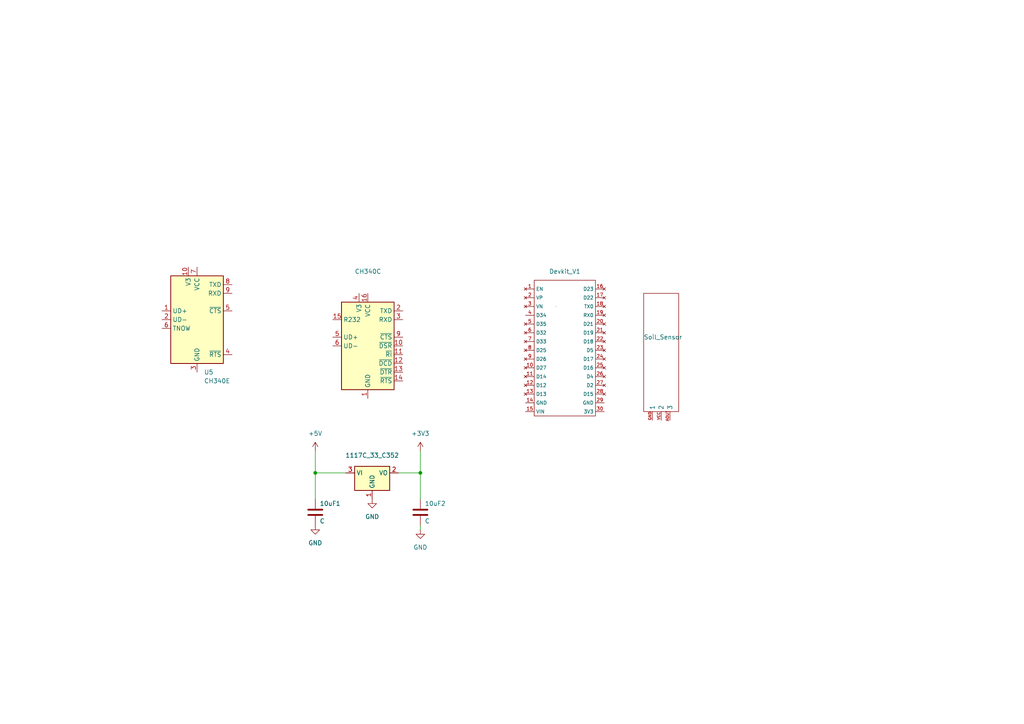
<source format=kicad_sch>
(kicad_sch (version 20211123) (generator eeschema)
  (paper "A4")
  (lib_symbols
    (symbol "1117C 33 C352:1117C_33_C352"
      (property "Reference" "U" (at 0 0 0))
      (property "Value" "1117C_33_C352" (at 0 3.81 0))
      (symbol "1117C_33_C352_0_1"
        (rectangle (start -5.08 -5.08) (end 5.08 1.905) (stroke (width 0.254)) (fill (type background)))
      )
      (symbol "1117C_33_C352_1_1"
        (pin power_in line (at 0 -7.62 90) (length 2.54) (name "GND") (number "1"))
        (pin power_out line (at 7.62 0 180) (length 2.54) (name "VO") (number "2"))
        (pin power_in line (at -7.62 0 0) (length 2.54) (name "VI") (number "3"))
      )
    )
    (symbol "Device:C" (pin_numbers hide) (pin_names (offset 0.254))
      (property "Reference" "C" (at 0.635 2.54 0))
      (property "Value" "C" (at 0.635 -2.54 0))
      (symbol "C_0_1"
        (polyline (pts (xy -2.032 -0.762) (xy 2.032 -0.762)) (stroke (width 0.508)))
        (polyline (pts (xy -2.032 0.762) (xy 2.032 0.762)) (stroke (width 0.508)))
      )
      (symbol "C_1_1"
        (pin passive line (at 0 3.81 270) (length 2.794) (name "~") (number "1"))
        (pin passive line (at 0 -3.81 90) (length 2.794) (name "~") (number "2"))
      )
    )
    (symbol "ESP32 DevKit V1:Devkit_V1"
      (property "Reference" "U" (at 0 7.62 0))
      (property "Value" "Devkit_V1" (at 0 -19.05 0))
      (symbol "Devkit_V1_0_1"
        (rectangle (start -8.89 24.13) (end 8.89 -15.24))
        (rectangle (start -2.54 16.51) (end -2.54 16.51))
      )
      (symbol "Devkit_V1_1_1"
        (pin no_connect line (at -11.43 21.59 0) (length 2.54) (name "EN") (number "1"))
        (pin no_connect line (at -11.43 -1.27 0) (length 2.54) (name "D27") (number "10"))
        (pin no_connect line (at -11.43 -3.81 0) (length 2.54) (name "D14") (number "11"))
        (pin no_connect line (at -11.43 -6.35 0) (length 2.54) (name "D12") (number "12"))
        (pin no_connect line (at -11.43 -8.89 0) (length 2.54) (name "D13") (number "13"))
        (pin output line (at -11.43 -11.43 0) (length 2.54) (name "GND") (number "14"))
        (pin input line (at -11.43 -13.97 0) (length 2.54) (name "VIN") (number "15"))
        (pin no_connect line (at 11.43 21.59 180) (length 2.54) (name "D23") (number "16"))
        (pin no_connect line (at 11.43 19.05 180) (length 2.54) (name "D22") (number "17"))
        (pin no_connect line (at 11.43 16.51 180) (length 2.54) (name "TX0") (number "18"))
        (pin no_connect line (at 11.43 13.97 180) (length 2.54) (name "RX0") (number "19"))
        (pin no_connect line (at -11.43 19.05 0) (length 2.54) (name "VP") (number "2"))
        (pin no_connect line (at 11.43 11.43 180) (length 2.54) (name "D21") (number "20"))
        (pin no_connect line (at 11.43 8.89 180) (length 2.54) (name "D19") (number "21"))
        (pin no_connect line (at 11.43 6.35 180) (length 2.54) (name "D18") (number "22"))
        (pin no_connect line (at 11.43 3.81 180) (length 2.54) (name "D5") (number "23"))
        (pin no_connect line (at 11.43 1.27 180) (length 2.54) (name "D17") (number "24"))
        (pin no_connect line (at 11.43 -1.27 180) (length 2.54) (name "D16") (number "25"))
        (pin no_connect line (at 11.43 -3.81 180) (length 2.54) (name "D4") (number "26"))
        (pin no_connect line (at 11.43 -6.35 180) (length 2.54) (name "D2") (number "27"))
        (pin no_connect line (at 11.43 -8.89 180) (length 2.54) (name "D15") (number "28"))
        (pin output line (at 11.43 -11.43 180) (length 2.54) (name "GND") (number "29"))
        (pin no_connect line (at -11.43 16.51 0) (length 2.54) (name "VN") (number "3"))
        (pin input line (at 11.43 -13.97 180) (length 2.54) (name "3V3") (number "30"))
        (pin input line (at -11.43 13.97 0) (length 2.54) (name "D34") (number "4"))
        (pin no_connect line (at -11.43 11.43 0) (length 2.54) (name "D35") (number "5"))
        (pin no_connect line (at -11.43 8.89 0) (length 2.54) (name "D32") (number "6"))
        (pin no_connect line (at -11.43 6.35 0) (length 2.54) (name "D33") (number "7"))
        (pin no_connect line (at -11.43 3.81 0) (length 2.54) (name "D25") (number "8"))
        (pin no_connect line (at -11.43 1.27 0) (length 2.54) (name "D26") (number "9"))
      )
    )
    (symbol "Interface_USB:CH340C"
      (property "Reference" "U" (at -5.08 13.97 0))
      (property "Value" "CH340C" (at 1.27 13.97 0))
      (symbol "CH340C_0_1"
        (rectangle (start -7.62 12.7) (end 7.62 -12.7) (stroke (width 0.254)) (fill (type background)))
      )
      (symbol "CH340C_1_1"
        (pin power_in line (at 0 -15.24 90) (length 2.54) (name "GND") (number "1"))
        (pin input line (at 10.16 0 180) (length 2.54) (name "~{DSR}") (number "10"))
        (pin input line (at 10.16 -2.54 180) (length 2.54) (name "~{RI}") (number "11"))
        (pin input line (at 10.16 -5.08 180) (length 2.54) (name "~{DCD}") (number "12"))
        (pin output line (at 10.16 -7.62 180) (length 2.54) (name "~{DTR}") (number "13"))
        (pin output line (at 10.16 -10.16 180) (length 2.54) (name "~{RTS}") (number "14"))
        (pin input line (at -10.16 7.62 0) (length 2.54) (name "R232") (number "15"))
        (pin power_in line (at 0 15.24 270) (length 2.54) (name "VCC") (number "16"))
        (pin output line (at 10.16 10.16 180) (length 2.54) (name "TXD") (number "2"))
        (pin input line (at 10.16 7.62 180) (length 2.54) (name "RXD") (number "3"))
        (pin passive line (at -2.54 15.24 270) (length 2.54) (name "V3") (number "4"))
        (pin bidirectional line (at -10.16 2.54 0) (length 2.54) (name "UD+") (number "5"))
        (pin bidirectional line (at -10.16 0 0) (length 2.54) (name "UD-") (number "6"))
        (pin no_connect line (at -7.62 -7.62 0) (length 2.54) hide (name "NC") (number "7"))
        (pin no_connect line (at -7.62 -10.16 0) (length 2.54) hide (name "NC") (number "8"))
        (pin input line (at 10.16 2.54 180) (length 2.54) (name "~{CTS}") (number "9"))
      )
    )
    (symbol "Interface_USB:CH340E"
      (property "Reference" "U" (at -5.08 13.97 0))
      (property "Value" "CH340E" (at 1.27 13.97 0))
      (symbol "CH340E_0_1"
        (rectangle (start -7.62 12.7) (end 7.62 -12.7) (stroke (width 0.254)) (fill (type background)))
      )
      (symbol "CH340E_1_1"
        (pin bidirectional line (at -10.16 2.54 0) (length 2.54) (name "UD+") (number "1"))
        (pin passive line (at -2.54 15.24 270) (length 2.54) (name "V3") (number "10"))
        (pin bidirectional line (at -10.16 0 0) (length 2.54) (name "UD-") (number "2"))
        (pin power_in line (at 0 -15.24 90) (length 2.54) (name "GND") (number "3"))
        (pin output line (at 10.16 -10.16 180) (length 2.54) (name "~{RTS}") (number "4"))
        (pin input line (at 10.16 2.54 180) (length 2.54) (name "~{CTS}") (number "5"))
        (pin output line (at -10.16 -2.54 0) (length 2.54) (name "TNOW") (number "6"))
        (pin power_in line (at 0 15.24 270) (length 2.54) (name "VCC") (number "7"))
        (pin output line (at 10.16 10.16 180) (length 2.54) (name "TXD") (number "8"))
        (pin input line (at 10.16 7.62 180) (length 2.54) (name "RXD") (number "9"))
      )
    )
    (symbol "Soil sensor:Soil_Sensor"
      (property "Reference" "U" (at 0 0 0))
      (property "Value" "Soil_Sensor" (at 0 30.48 0))
      (symbol "Soil_Sensor_0_1"
        (rectangle (start -5.08 27.94) (end 5.08 -6.35))
      )
      (symbol "Soil_Sensor_1_1"
        (pin output line (at 2.54 -8.89 90) (length 2.54) (name "3") (number "AOUT"))
        (pin output line (at -2.54 -8.89 90) (length 2.54) (name "1") (number "GND"))
        (pin input line (at 0 -8.89 90) (length 2.54) (name "2") (number "VCC"))
      )
    )
    (symbol "power:+3.3V" (power) (pin_names (offset 0))
      (property "Value" "+3.3V" (at 0 3.556 0))
      (symbol "+3.3V_0_1"
        (polyline (pts (xy -0.762 1.27) (xy 0 2.54)))
        (polyline (pts (xy 0 0) (xy 0 2.54)))
        (polyline (pts (xy 0 2.54) (xy 0.762 1.27)))
      )
      (symbol "+3.3V_1_1"
        (pin power_in line (at 0 0 90) (length 0) hide (name "+3V3") (number "1"))
      )
    )
    (symbol "power:+5V" (power) (pin_names (offset 0))
      (property "Value" "+5V" (at 0 3.556 0))
      (symbol "+5V_0_1"
        (polyline (pts (xy -0.762 1.27) (xy 0 2.54)))
        (polyline (pts (xy 0 0) (xy 0 2.54)))
        (polyline (pts (xy 0 2.54) (xy 0.762 1.27)))
      )
      (symbol "+5V_1_1"
        (pin power_in line (at 0 0 90) (length 0) hide (name "+5V") (number "1"))
      )
    )
    (symbol "power:GND" (power) (pin_names (offset 0))
      (property "Value" "GND" (at 0 -3.81 0))
      (symbol "GND_0_1"
        (polyline (pts (xy 0 0) (xy 0 -1.27) (xy 1.27 -1.27) (xy 0 -2.54) (xy -1.27 -1.27) (xy 0 -1.27)))
      )
      (symbol "GND_1_1"
        (pin power_in line (at 0 0 270) (length 0) hide (name "GND") (number "1"))
      )
    )
  )
  (junction (at 91.44 137.16))
  (junction (at 121.92 137.16))
  (wire (pts (xy 121.92 130.81) (xy 121.92 137.16)))
  (wire (pts (xy 115.57 137.16) (xy 121.92 137.16)))
  (wire (pts (xy 121.92 152.4) (xy 121.92 153.67)))
  (wire (pts (xy 100.33 137.16) (xy 91.44 137.16)))
  (wire (pts (xy 121.92 137.16) (xy 121.92 144.78)))
  (wire (pts (xy 91.44 137.16) (xy 91.44 144.78)))
  (wire (pts (xy 91.44 130.81) (xy 91.44 137.16)))
  (symbol (lib_id "Device:C") (at 121.92 148.59 0) (unit 1)
    (property "Reference" "10uF2" (at 123.19 146.05 0) (effects (justify left)))
    (property "Value" "C" (at 123.19 151.13 0) (effects (justify left)))
  )
  (symbol (lib_id "power:GND") (at 107.95 144.78 0) (unit 1)
    (property "Reference" "#PWR0104" (effects hide))
    (property "Value" "GND" (at 107.95 149.86 0))
  )
  (symbol (lib_id "power:+3.3V") (at 121.92 130.81 0) (unit 1)
    (property "Reference" "#PWR0105" (effects hide))
    (property "Value" "+3.3V" (at 121.92 125.73 0))
  )
  (symbol (lib_id "ESP32 DevKit V1:Devkit_V1") (at 163.83 105.41 0) (unit 1)
    (property "Reference" "U3" (effects hide))
    (property "Value" "Devkit_V1" (at 163.83 78.74 0))
    (property "Footprint" "Package_SO:MSOP-10_3x3mm_P0.5mm" (effects hide))
  )
  (symbol (lib_id "Interface_USB:CH340E") (at 57.15 92.71 0) (unit 1)
    (property "Reference" "U5" (at 59.1694 107.95 0) (effects (justify left)))
    (property "Value" "CH340E" (at 59.1694 110.49 0) (effects (justify left)))
    (property "Footprint" "Package_SO:MSOP-10_3x3mm_P0.5mm" (effects hide))
    (property "Datasheet" "https://www.mpja.com/download/35227cpdata.pdf" (effects hide))
  )
  (symbol (lib_id "power:GND") (at 91.44 152.4 0) (unit 1)
    (property "Reference" "#PWR0102" (effects hide))
    (property "Value" "GND" (at 91.44 157.48 0))
  )
  (symbol (lib_id "Interface_USB:CH340C") (at 106.68 100.33 0) (unit 1)
    (property "Reference" "U1" (effects hide))
    (property "Value" "CH340C" (at 102.87 78.74 0) (effects (justify left)))
    (property "Footprint" "Package_SO:SOIC-16_3.9x9.9mm_P1.27mm" (effects hide))
    (property "Datasheet" "https://datasheet.lcsc.com/szlcsc/Jiangsu-Qin-Heng-CH340C_C84681.pdf" (effects hide))
  )
  (symbol (lib_id "1117C 33 C352:1117C_33_C352") (at 107.95 137.16 0) (unit 1)
    (property "Reference" "U2" (effects hide))
    (property "Value" "1117C_33_C352" (at 107.95 132.08 0))
  )
  (symbol (lib_id "Device:C") (at 91.44 148.59 0) (unit 1)
    (property "Reference" "10uF1" (at 92.71 146.05 0) (effects (justify left)))
    (property "Value" "C" (at 92.71 151.13 0) (effects (justify left)))
  )
  (symbol (lib_id "Soil sensor:Soil_Sensor") (at 191.77 113.03 0) (unit 1)
    (property "Reference" "U4" (effects hide))
    (property "Value" "Soil_Sensor" (at 186.69 97.79 0) (effects (justify left)))
  )
  (symbol (lib_id "power:+5V") (at 91.44 130.81 0) (unit 1)
    (property "Reference" "#PWR0103" (effects hide))
    (property "Value" "+5V" (at 91.44 125.73 0))
  )
  (symbol (lib_id "power:GND") (at 121.92 153.67 0) (unit 1)
    (property "Reference" "#PWR0101" (effects hide))
    (property "Value" "GND" (at 121.92 158.75 0))
  )
)
</source>
